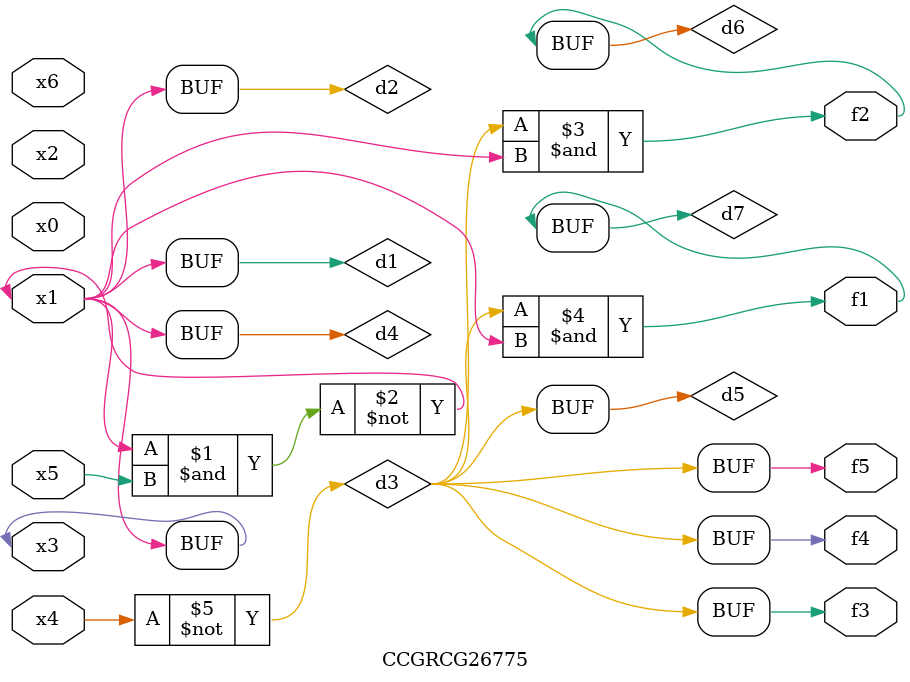
<source format=v>
module CCGRCG26775(
	input x0, x1, x2, x3, x4, x5, x6,
	output f1, f2, f3, f4, f5
);

	wire d1, d2, d3, d4, d5, d6, d7;

	buf (d1, x1, x3);
	nand (d2, x1, x5);
	not (d3, x4);
	buf (d4, d1, d2);
	buf (d5, d3);
	and (d6, d3, d4);
	and (d7, d3, d4);
	assign f1 = d7;
	assign f2 = d6;
	assign f3 = d5;
	assign f4 = d5;
	assign f5 = d5;
endmodule

</source>
